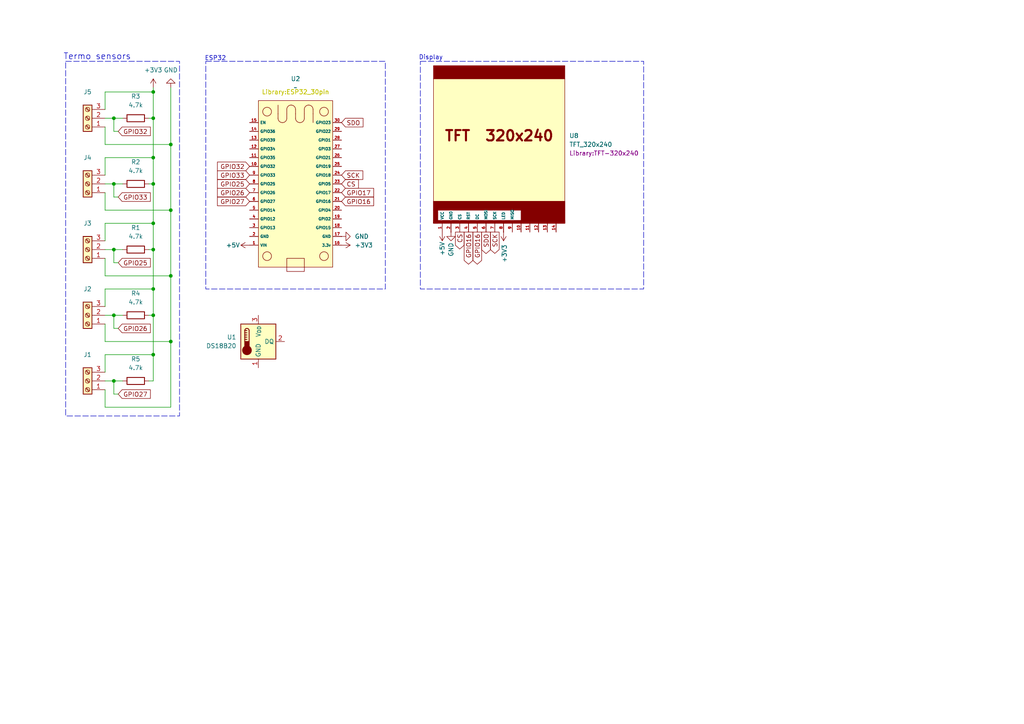
<source format=kicad_sch>
(kicad_sch (version 20250114) (generator "eeschema") (generator_version "9.0")
  (paper "A4")
  (lib_symbols
    (symbol "Connector:Screw_Terminal_01x03" (pin_names (offset 1.016) (hide yes))
      (property "Reference" "J" (at 0 5.08 0))
      (property "Value" "Screw_Terminal_01x03" (at 0 -5.08 0))
      (symbol "Screw_Terminal_01x03_1_1"
        (rectangle (start -1.27 3.81) (end 1.27 -3.81) (stroke (width 0.254)) (fill (type background)))
        (polyline (pts (xy -0.5334 2.8702) (xy 0.3302 2.032)) (stroke (width 0.1524)))
        (polyline (pts (xy -0.5334 0.3302) (xy 0.3302 -0.508)) (stroke (width 0.1524)))
        (polyline (pts (xy -0.5334 -2.2098) (xy 0.3302 -3.048)) (stroke (width 0.1524)))
        (polyline (pts (xy -0.3556 3.048) (xy 0.508 2.2098)) (stroke (width 0.1524)))
        (polyline (pts (xy -0.3556 0.508) (xy 0.508 -0.3302)) (stroke (width 0.1524)))
        (polyline (pts (xy -0.3556 -2.032) (xy 0.508 -2.8702)) (stroke (width 0.1524)))
        (circle (center 0 2.54) (radius 0.635) (stroke (width 0.1524)))
        (circle (center 0 0) (radius 0.635) (stroke (width 0.1524)))
        (circle (center 0 -2.54) (radius 0.635) (stroke (width 0.1524)))
        (pin passive line (at -5.08 2.54 0) (length 3.81) (name "Pin_1") (number "1"))
        (pin passive line (at -5.08 0 0) (length 3.81) (name "Pin_2") (number "2"))
        (pin passive line (at -5.08 -2.54 0) (length 3.81) (name "Pin_3") (number "3"))
      )
    )
    (symbol "Device:R" (pin_numbers (hide yes)) (pin_names (offset 0))
      (property "Reference" "R" (at 2.032 0 90))
      (property "Value" "R" (at 0 0 90))
      (symbol "R_0_1"
        (rectangle (start -1.016 -2.54) (end 1.016 2.54) (stroke (width 0.254)))
      )
      (symbol "R_1_1"
        (pin passive line (at 0 3.81 270) (length 1.27) (name "~") (number "1"))
        (pin passive line (at 0 -3.81 90) (length 1.27) (name "~") (number "2"))
      )
    )
    (symbol "Sensor_Temperature:DS18B20"
      (property "Reference" "U" (at -3.81 6.35 0))
      (property "Value" "DS18B20" (at 6.35 6.35 0))
      (symbol "DS18B20_0_1"
        (rectangle (start -5.08 5.08) (end 5.08 -5.08) (stroke (width 0.254)) (fill (type background)))
        (polyline (pts (xy -3.937 3.175) (xy -3.937 0)) (stroke (width 0.254)))
        (polyline (pts (xy -3.937 3.175) (xy -3.302 3.175)) (stroke (width 0.254)))
        (polyline (pts (xy -3.937 2.54) (xy -3.302 2.54)) (stroke (width 0.254)))
        (polyline (pts (xy -3.937 1.905) (xy -3.302 1.905)) (stroke (width 0.254)))
        (polyline (pts (xy -3.937 1.27) (xy -3.302 1.27)) (stroke (width 0.254)))
        (polyline (pts (xy -3.937 0.635) (xy -3.302 0.635)) (stroke (width 0.254)))
        (arc (start -3.937 3.175) (mid -3.302 3.8073) (end -2.667 3.175) (stroke (width 0.254)))
        (circle (center -3.302 -2.54) (radius 1.27) (stroke (width 0.254)) (fill (type outline)))
        (polyline (pts (xy -2.667 3.175) (xy -2.667 0)) (stroke (width 0.254)))
        (rectangle (start -2.667 -1.905) (end -3.937 0) (stroke (width 0.254)) (fill (type outline)))
      )
      (symbol "DS18B20_1_1"
        (pin power_in line (at 0 7.62 270) (length 2.54) (name "V_{DD}") (number "3"))
        (pin power_in line (at 0 -7.62 90) (length 2.54) (name "GND") (number "1"))
        (pin bidirectional line (at 7.62 0 180) (length 2.54) (name "DQ") (number "2"))
      )
    )
    (symbol "esp32_30pin:ESP32_30Pin"
      (property "Reference" "U2" (at -30.48 0 90))
      (property "Value" "~" (at -27.94 0 90))
      (property "Footprint" "Library:ESP32_30pin" (at -26.67 0 90))
      (symbol "ESP32_30Pin_0_1"
        (polyline (pts (xy -21.59 5.08) (xy -20.32 5.08)))
        (polyline (pts (xy -21.59 2.54) (xy -20.32 2.54)))
        (polyline (pts (xy -21.59 0) (xy -20.32 0)))
        (polyline (pts (xy -21.59 -2.54) (xy -20.32 -2.54)))
        (arc (start -21.5975 2.5325) (mid -22.4933 2.9067) (end -22.8675 3.8025))
        (arc (start -21.5975 -2.5475) (mid -22.4933 -2.1733) (end -22.8675 -1.2775))
        (arc (start -22.86 3.81) (mid -22.4873 4.7073) (end -21.59 5.08))
        (arc (start -22.86 -1.27) (mid -22.4873 -0.3727) (end -21.59 0))
        (circle (center -20.955 8.255) (radius 1.27))
        (circle (center -20.955 -8.255) (radius 1.27))
        (polyline (pts (xy -20.32 5.08) (xy -17.78 5.08)))
        (polyline (pts (xy -20.32 -5.08) (xy -22.86 -5.08)))
        (arc (start -17.7775 1.2675) (mid -18.1502 0.3702) (end -19.0475 -0.0025))
        (arc (start -17.7775 -3.8125) (mid -18.1502 -4.7098) (end -19.0475 -5.0825))
        (arc (start -19.04 2.545) (mid -18.1442 2.1708) (end -17.77 1.275))
        (arc (start -19.04 -2.535) (mid -18.1442 -2.9092) (end -17.77 -3.805))
        (polyline (pts (xy -19.0475 2.5375) (xy -20.3175 2.5375)))
        (polyline (pts (xy -19.0475 -0.0025) (xy -20.3175 -0.0025)))
        (polyline (pts (xy -19.0475 -2.5425) (xy -20.3175 -2.5425)))
        (polyline (pts (xy -19.0475 -5.0825) (xy -20.3175 -5.0825)))
        (circle (center 20.955 8.255) (radius 1.27))
        (circle (center 20.955 -8.255) (radius 1.27))
        (rectangle (start 21.59 2.54) (end 25.4 -2.54))
      )
      (symbol "ESP32_30Pin_1_1"
        (rectangle (start -24.13 10.795) (end 24.13 -10.795) (fill (type color) (color 255 255 194 1)))
        (pin bidirectional line (at -17.78 13.335 270) (length 2.54) (name "GPIO23") (number "30"))
        (pin bidirectional line (at -17.78 -13.335 90) (length 2.54) (name "EN") (number "15"))
        (pin bidirectional line (at -15.24 13.335 270) (length 2.54) (name "GPIO22") (number "29"))
        (pin bidirectional line (at -15.24 -13.335 90) (length 2.54) (name "GPIO36") (number "14"))
        (pin bidirectional line (at -12.7 13.335 270) (length 2.54) (name "GPIO1") (number "28"))
        (pin bidirectional line (at -12.7 -13.335 90) (length 2.54) (name "GPIO39") (number "13"))
        (pin bidirectional line (at -10.16 13.335 270) (length 2.54) (name "GPIO3") (number "27"))
        (pin bidirectional line (at -10.16 -13.335 90) (length 2.54) (name "GPIO34") (number "12"))
        (pin bidirectional line (at -7.62 13.335 270) (length 2.54) (name "GPIO21") (number "26"))
        (pin bidirectional line (at -7.62 -13.335 90) (length 2.54) (name "GPIO35") (number "11"))
        (pin bidirectional line (at -5.08 13.335 270) (length 2.54) (name "GPIO19") (number "25"))
        (pin bidirectional line (at -5.08 -13.335 90) (length 2.54) (name "GPIO32") (number "10"))
        (pin bidirectional line (at -2.54 13.335 270) (length 2.54) (name "GPIO18") (number "24"))
        (pin bidirectional line (at -2.54 -13.335 90) (length 2.54) (name "GPIO33") (number "9"))
        (pin bidirectional line (at 0 13.335 270) (length 2.54) (name "GPIO5") (number "23"))
        (pin bidirectional line (at 0 -13.335 90) (length 2.54) (name "GPIO25") (number "8"))
        (pin bidirectional line (at 2.54 13.335 270) (length 2.54) (name "GPIO17") (number "22"))
        (pin bidirectional line (at 2.54 -13.335 90) (length 2.54) (name "GPIO26") (number "7"))
        (pin bidirectional line (at 5.08 13.335 270) (length 2.54) (name "GPIO16") (number "21"))
        (pin bidirectional line (at 5.08 -13.335 90) (length 2.54) (name "GPIO27") (number "6"))
        (pin bidirectional line (at 7.62 13.335 270) (length 2.54) (name "GPIO4") (number "20"))
        (pin bidirectional line (at 7.62 -13.335 90) (length 2.54) (name "GPIO14") (number "5"))
        (pin bidirectional line (at 10.16 13.335 270) (length 2.54) (name "GPIO2") (number "19"))
        (pin bidirectional line (at 10.16 -13.335 90) (length 2.54) (name "GPIO12") (number "4"))
        (pin bidirectional line (at 12.7 13.335 270) (length 2.54) (name "GPIO15") (number "18"))
        (pin bidirectional line (at 12.7 -13.335 90) (length 2.54) (name "GPIO13") (number "3"))
        (pin power_in line (at 15.24 13.335 270) (length 2.54) (name "GND") (number "17"))
        (pin bidirectional line (at 15.24 -13.335 90) (length 2.54) (name "GND") (number "2"))
        (pin output line (at 17.78 13.335 270) (length 2.54) (name "3.3v") (number "16"))
        (pin power_out line (at 17.78 -13.335 90) (length 2.54) (name "VIN") (number "1"))
      )
    )
    (symbol "power:+3V3" (power) (pin_numbers (hide yes)) (pin_names (offset 0) (hide yes))
      (property "Value" "+3V3" (at 0 3.556 0))
      (symbol "+3V3_0_1"
        (polyline (pts (xy -0.762 1.27) (xy 0 2.54)))
        (polyline (pts (xy 0 2.54) (xy 0.762 1.27)))
        (polyline (pts (xy 0 0) (xy 0 2.54)))
      )
      (symbol "+3V3_1_1"
        (pin power_in line (at 0 0 90) (length 0) (name "~") (number "1"))
      )
    )
    (symbol "power:+5V" (power) (pin_numbers (hide yes)) (pin_names (offset 0) (hide yes))
      (property "Value" "+5V" (at 0 3.556 0))
      (symbol "+5V_0_1"
        (polyline (pts (xy -0.762 1.27) (xy 0 2.54)))
        (polyline (pts (xy 0 2.54) (xy 0.762 1.27)))
        (polyline (pts (xy 0 0) (xy 0 2.54)))
      )
      (symbol "+5V_1_1"
        (pin power_in line (at 0 0 90) (length 0) (name "~") (number "1"))
      )
    )
    (symbol "power:GND" (power) (pin_numbers (hide yes)) (pin_names (offset 0) (hide yes))
      (property "Value" "GND" (at 0 -3.81 0))
      (symbol "GND_0_1"
        (polyline (pts (xy 0 0) (xy 0 -1.27) (xy 1.27 -1.27) (xy 0 -2.54) (xy -1.27 -1.27) (xy 0 -1.27)))
      )
      (symbol "GND_1_1"
        (pin power_in line (at 0 0 270) (length 0) (name "~") (number "1"))
      )
    )
    (symbol "tft_320x240:TFT_320x240" (pin_names (offset 1.016))
      (property "Reference" "U?" (at 20.32 25.4001 0))
      (property "Value" "TFT_320x240" (at 20.32 22.8601 0))
      (property "Footprint" "z_Devices:TFT-320x240" (at 20.32 20.3201 0))
      (symbol "TFT_320x240_0_0"
        (text "TFT  320x240" (at 0 25.4 0) (effects (font (size 2.9972 2.9972) (bold yes))))
      )
      (symbol "TFT_320x240_0_1"
        (rectangle (start -19.05 41.91) (end 19.05 45.72) (fill (type outline)))
        (rectangle (start -19.05 6.35) (end 19.05 41.91) (fill (type background)))
        (rectangle (start -19.05 6.35) (end 19.05 3.81) (fill (type outline)))
        (rectangle (start -19.05 0) (end 19.05 6.35))
        (rectangle (start -19.05 0) (end 19.05 0.8382) (fill (type outline)))
        (rectangle (start -17.78 0) (end -19.05 3.81) (fill (type outline)))
        (rectangle (start 19.05 0) (end 6.35 3.81) (fill (type outline)))
      )
      (symbol "TFT_320x240_1_1"
        (pin power_in line (at -16.51 -2.54 90) (length 2.54) (name "VCC") (number "1"))
        (pin bidirectional line (at -13.97 -2.54 90) (length 2.54) (name "GND") (number "2"))
        (pin bidirectional line (at -11.43 -2.54 90) (length 2.54) (name "CS") (number "3"))
        (pin bidirectional line (at -8.89 -2.54 90) (length 2.54) (name "RST") (number "4"))
        (pin bidirectional line (at -6.35 -2.54 90) (length 2.54) (name "DC") (number "5"))
        (pin bidirectional line (at -3.81 -2.54 90) (length 2.54) (name "MOSI") (number "6"))
        (pin bidirectional line (at -1.27 -2.54 90) (length 2.54) (name "SCK") (number "7"))
        (pin power_in line (at 1.27 -2.54 90) (length 2.54) (name "LED") (number "8"))
        (pin bidirectional line (at 3.81 -2.54 90) (length 2.54) (name "MISO") (number "9"))
        (pin bidirectional line (at 6.35 -2.54 90) (length 2.54) (name "~") (number "10"))
        (pin bidirectional line (at 8.89 -2.54 90) (length 2.54) (name "~") (number "11"))
        (pin bidirectional line (at 11.43 -2.54 90) (length 2.54) (name "~") (number "12"))
        (pin bidirectional line (at 13.97 -2.54 90) (length 2.54) (name "~") (number "13"))
        (pin bidirectional line (at 16.51 -2.54 90) (length 2.54) (name "~") (number "14"))
      )
    )
  )
  (rectangle (start 19.05 17.78) (end 52.07 120.65) (stroke (width 0) (type dash)))
  (rectangle (start 59.69 17.78) (end 111.76 83.82) (stroke (width 0) (type dash)))
  (rectangle (start 121.92 17.78) (end 186.69 83.82) (stroke (width 0) (type dash)))
  (text "ESP32\n" (at 62.484 17.018 0) (effects (font (size 1.27 1.27))))
  (text "Termo sensors\n" (at 28.194 16.51 0) (effects (font (size 1.778 1.778))))
  (text "Display\n" (at 124.968 16.764 0) (effects (font (size 1.27 1.27))))
  (junction (at 33.02 34.29))
  (junction (at 33.02 53.34))
  (junction (at 49.53 80.01))
  (junction (at 49.53 99.06))
  (junction (at 44.45 91.44))
  (junction (at 44.45 53.34))
  (junction (at 44.45 45.72))
  (junction (at 33.02 110.49))
  (junction (at 44.45 26.67))
  (junction (at 49.53 41.91))
  (junction (at 44.45 34.29))
  (junction (at 44.45 64.77))
  (junction (at 44.45 102.87))
  (junction (at 33.02 91.44))
  (junction (at 44.45 72.39))
  (junction (at 44.45 83.82))
  (junction (at 49.53 60.96))
  (junction (at 33.02 72.39))
  (wire (pts (xy 43.18 34.29) (xy 44.45 34.29)))
  (wire (pts (xy 30.48 64.77) (xy 44.45 64.77)))
  (wire (pts (xy 44.45 25.4) (xy 44.45 26.67)))
  (wire (pts (xy 49.53 25.4) (xy 49.53 41.91)))
  (wire (pts (xy 44.45 64.77) (xy 44.45 53.34)))
  (wire (pts (xy 33.02 72.39) (xy 33.02 76.2)))
  (wire (pts (xy 30.48 53.34) (xy 33.02 53.34)))
  (wire (pts (xy 44.45 83.82) (xy 44.45 91.44)))
  (wire (pts (xy 34.29 114.3) (xy 33.02 114.3)))
  (wire (pts (xy 44.45 102.87) (xy 44.45 110.49)))
  (wire (pts (xy 34.29 57.15) (xy 33.02 57.15)))
  (wire (pts (xy 44.45 64.77) (xy 44.45 72.39)))
  (wire (pts (xy 30.48 118.11) (xy 49.53 118.11)))
  (wire (pts (xy 33.02 110.49) (xy 33.02 114.3)))
  (wire (pts (xy 49.53 80.01) (xy 49.53 99.06)))
  (wire (pts (xy 30.48 50.8) (xy 30.48 45.72)))
  (wire (pts (xy 30.48 74.93) (xy 30.48 80.01)))
  (wire (pts (xy 34.29 76.2) (xy 33.02 76.2)))
  (wire (pts (xy 30.48 102.87) (xy 30.48 107.95)))
  (wire (pts (xy 49.53 60.96) (xy 49.53 80.01)))
  (wire (pts (xy 30.48 41.91) (xy 49.53 41.91)))
  (wire (pts (xy 34.29 95.25) (xy 33.02 95.25)))
  (wire (pts (xy 30.48 72.39) (xy 33.02 72.39)))
  (wire (pts (xy 33.02 34.29) (xy 35.56 34.29)))
  (wire (pts (xy 30.48 88.9) (xy 30.48 83.82)))
  (wire (pts (xy 30.48 118.11) (xy 30.48 113.03)))
  (wire (pts (xy 30.48 60.96) (xy 49.53 60.96)))
  (wire (pts (xy 43.18 72.39) (xy 44.45 72.39)))
  (wire (pts (xy 30.48 102.87) (xy 44.45 102.87)))
  (wire (pts (xy 44.45 72.39) (xy 44.45 83.82)))
  (wire (pts (xy 30.48 83.82) (xy 44.45 83.82)))
  (wire (pts (xy 33.02 53.34) (xy 35.56 53.34)))
  (wire (pts (xy 44.45 34.29) (xy 44.45 45.72)))
  (wire (pts (xy 43.18 53.34) (xy 44.45 53.34)))
  (wire (pts (xy 30.48 55.88) (xy 30.48 60.96)))
  (wire (pts (xy 44.45 26.67) (xy 44.45 34.29)))
  (wire (pts (xy 49.53 41.91) (xy 49.53 60.96)))
  (wire (pts (xy 44.45 91.44) (xy 44.45 102.87)))
  (wire (pts (xy 30.48 26.67) (xy 44.45 26.67)))
  (wire (pts (xy 33.02 91.44) (xy 35.56 91.44)))
  (wire (pts (xy 30.48 31.75) (xy 30.48 26.67)))
  (wire (pts (xy 44.45 45.72) (xy 44.45 53.34)))
  (wire (pts (xy 49.53 118.11) (xy 49.53 99.06)))
  (wire (pts (xy 30.48 91.44) (xy 33.02 91.44)))
  (wire (pts (xy 33.02 91.44) (xy 33.02 95.25)))
  (wire (pts (xy 30.48 110.49) (xy 33.02 110.49)))
  (wire (pts (xy 30.48 93.98) (xy 30.48 99.06)))
  (wire (pts (xy 30.48 69.85) (xy 30.48 64.77)))
  (wire (pts (xy 33.02 57.15) (xy 33.02 53.34)))
  (wire (pts (xy 30.48 34.29) (xy 33.02 34.29)))
  (wire (pts (xy 43.18 110.49) (xy 44.45 110.49)))
  (wire (pts (xy 34.29 38.1) (xy 33.02 38.1)))
  (wire (pts (xy 33.02 72.39) (xy 35.56 72.39)))
  (wire (pts (xy 30.48 45.72) (xy 44.45 45.72)))
  (wire (pts (xy 30.48 99.06) (xy 49.53 99.06)))
  (wire (pts (xy 30.48 36.83) (xy 30.48 41.91)))
  (wire (pts (xy 33.02 34.29) (xy 33.02 38.1)))
  (wire (pts (xy 43.18 91.44) (xy 44.45 91.44)))
  (wire (pts (xy 33.02 110.49) (xy 35.56 110.49)))
  (wire (pts (xy 30.48 80.01) (xy 49.53 80.01)))
  (global_label "GPIO16" (shape output) (at 138.43 67.31 270) (property "Intersheetrefs" "${INTERSHEET_REFS}" (effects (hide yes))))
  (global_label "GPIO17" (shape input) (at 99.06 55.88 0) (property "Intersheetrefs" "${INTERSHEET_REFS}" (effects (hide yes))))
  (global_label "GPIO26" (shape input) (at 34.29 95.25 0) (property "Intersheetrefs" "${INTERSHEET_REFS}" (effects (hide yes))))
  (global_label "GPIO16" (shape input) (at 99.06 58.42 0) (property "Intersheetrefs" "${INTERSHEET_REFS}" (effects (hide yes))))
  (global_label "GPIO26" (shape input) (at 72.39 55.88 180) (property "Intersheetrefs" "${INTERSHEET_REFS}" (effects (hide yes))))
  (global_label "GPIO32" (shape input) (at 72.39 48.26 180) (property "Intersheetrefs" "${INTERSHEET_REFS}" (effects (hide yes))))
  (global_label "GPIO33" (shape input) (at 72.39 50.8 180) (property "Intersheetrefs" "${INTERSHEET_REFS}" (effects (hide yes))))
  (global_label "GPIO25" (shape input) (at 34.29 76.2 0) (property "Intersheetrefs" "${INTERSHEET_REFS}" (effects (hide yes))))
  (global_label "GPIO25" (shape input) (at 72.39 53.34 180) (property "Intersheetrefs" "${INTERSHEET_REFS}" (effects (hide yes))))
  (global_label "SCK" (shape input) (at 99.06 50.8 0) (property "Intersheetrefs" "${INTERSHEET_REFS}" (effects (hide yes))))
  (global_label "CS" (shape output) (at 133.35 67.31 270) (property "Intersheetrefs" "${INTERSHEET_REFS}" (effects (hide yes))))
  (global_label "GPIO33" (shape input) (at 34.29 57.15 0) (property "Intersheetrefs" "${INTERSHEET_REFS}" (effects (hide yes))))
  (global_label "GPIO32" (shape input) (at 34.29 38.1 0) (property "Intersheetrefs" "${INTERSHEET_REFS}" (effects (hide yes))))
  (global_label "SCK" (shape output) (at 143.51 67.31 270) (property "Intersheetrefs" "${INTERSHEET_REFS}" (effects (hide yes))))
  (global_label "GPIO16" (shape output) (at 135.89 67.31 270) (property "Intersheetrefs" "${INTERSHEET_REFS}" (effects (hide yes))))
  (global_label "SDO" (shape output) (at 140.97 67.31 270) (property "Intersheetrefs" "${INTERSHEET_REFS}" (effects (hide yes))))
  (global_label "CS" (shape input) (at 99.06 53.34 0) (property "Intersheetrefs" "${INTERSHEET_REFS}" (effects (hide yes))))
  (global_label "SDO" (shape input) (at 99.06 35.56 0) (property "Intersheetrefs" "${INTERSHEET_REFS}" (effects (hide yes))))
  (global_label "GPIO27" (shape input) (at 72.39 58.42 180) (property "Intersheetrefs" "${INTERSHEET_REFS}" (effects (hide yes))))
  (global_label "GPIO27" (shape input) (at 34.29 114.3 0) (property "Intersheetrefs" "${INTERSHEET_REFS}" (effects (hide yes))))
  (symbol (lib_id "Device:R") (at 39.37 110.49 90) (unit 1)
    (property "Reference" "R5" (at 39.37 104.14 90))
    (property "Value" "4.7k" (at 39.37 106.68 90))
    (property "Footprint" "Resistor_THT:R_Axial_DIN0207_L6.3mm_D2.5mm_P7.62mm_Horizontal" (effects (hide yes)))
    (property "Description" "Resistor" (effects (hide yes)))
  )
  (symbol (lib_id "Connector:Screw_Terminal_01x03") (at 25.4 72.39 180) (unit 1)
    (property "Reference" "J3" (at 25.4 64.77 0))
    (property "Value" "Screw_Terminal_01x03" (effects (hide yes)))
    (property "Footprint" "Connector_PinHeader_2.54mm:PinHeader_1x03_P2.54mm_Vertical" (effects (hide yes)))
    (property "Description" "Generic screw terminal, single row, 01x03, script generated (kicad-library-utils/schlib/autogen/connector/)" (effects (hide yes)))
  )
  (symbol (lib_id "Device:R") (at 39.37 34.29 90) (unit 1)
    (property "Reference" "R3" (at 39.37 27.94 90))
    (property "Value" "4.7k" (at 39.37 30.48 90))
    (property "Footprint" "Resistor_THT:R_Axial_DIN0207_L6.3mm_D2.5mm_P7.62mm_Horizontal" (effects (hide yes)))
    (property "Description" "Resistor" (effects (hide yes)))
  )
  (symbol (lib_id "power:+5V") (at 72.39 71.12 90) (unit 1)
    (property "Reference" "#PWR03" (effects (hide yes)))
    (property "Value" "+5V" (at 67.564 71.12 90))
    (property "Description" "Power symbol creates a global label with name \"+5V\"" (effects (hide yes)))
  )
  (symbol (lib_id "power:GND") (at 99.06 68.58 90) (unit 1)
    (property "Reference" "#PWR04" (effects (hide yes)))
    (property "Value" "GND" (at 102.87 68.5799 90) (effects (justify right)))
    (property "Description" "Power symbol creates a global label with name \"GND\" , ground" (effects (hide yes)))
  )
  (symbol (lib_id "Device:R") (at 39.37 91.44 90) (unit 1)
    (property "Reference" "R4" (at 39.37 85.09 90))
    (property "Value" "4.7k" (at 39.37 87.63 90))
    (property "Footprint" "Resistor_THT:R_Axial_DIN0207_L6.3mm_D2.5mm_P7.62mm_Horizontal" (effects (hide yes)))
    (property "Description" "Resistor" (effects (hide yes)))
  )
  (symbol (lib_id "Sensor_Temperature:DS18B20") (at 74.93 99.06 0) (unit 1)
    (property "Reference" "U1" (at 68.58 97.7899 0) (effects (justify right)))
    (property "Value" "DS18B20" (at 68.58 100.3299 0) (effects (justify right)))
    (property "Footprint" "Package_TO_SOT_THT:TO-92_Inline" (effects (hide yes)))
    (property "Datasheet" "http://datasheets.maximintegrated.com/en/ds/DS18B20.pdf" (effects (hide yes)))
    (property "Description" "Programmable Resolution 1-Wire Digital Thermometer TO-92" (effects (hide yes)))
  )
  (symbol (lib_id "power:GND") (at 49.53 25.4 180) (unit 1)
    (property "Reference" "#PWR02" (effects (hide yes)))
    (property "Value" "GND" (at 49.53 20.32 0))
    (property "Description" "Power symbol creates a global label with name \"GND\" , ground" (effects (hide yes)))
  )
  (symbol (lib_id "tft_320x240:TFT_320x240") (at 144.78 64.77 0) (unit 1)
    (property "Reference" "U8" (at 165.1 39.3699 0) (effects (justify left)))
    (property "Value" "TFT_320x240" (at 165.1 41.9099 0) (effects (justify left)))
    (property "Footprint" "Library:TFT-320x240" (at 165.1 44.4499 0) (effects (justify left)))
  )
  (symbol (lib_id "Device:R") (at 39.37 72.39 90) (unit 1)
    (property "Reference" "R1" (at 39.37 66.04 90))
    (property "Value" "4.7k" (at 39.37 68.58 90))
    (property "Footprint" "Resistor_THT:R_Axial_DIN0207_L6.3mm_D2.5mm_P7.62mm_Horizontal" (effects (hide yes)))
    (property "Description" "Resistor" (effects (hide yes)))
  )
  (symbol (lib_id "Device:R") (at 39.37 53.34 90) (unit 1)
    (property "Reference" "R2" (at 39.37 46.99 90))
    (property "Value" "4.7k" (at 39.37 49.53 90))
    (property "Footprint" "Resistor_THT:R_Axial_DIN0207_L6.3mm_D2.5mm_P7.62mm_Horizontal" (effects (hide yes)))
    (property "Description" "Resistor" (effects (hide yes)))
  )
  (symbol (lib_id "Connector:Screw_Terminal_01x03") (at 25.4 53.34 180) (unit 1)
    (property "Reference" "J4" (at 25.4 45.72 0))
    (property "Value" "Screw_Terminal_01x03" (effects (hide yes)))
    (property "Footprint" "Connector_PinHeader_2.54mm:PinHeader_1x03_P2.54mm_Vertical" (effects (hide yes)))
    (property "Description" "Generic screw terminal, single row, 01x03, script generated (kicad-library-utils/schlib/autogen/connector/)" (effects (hide yes)))
  )
  (symbol (lib_id "power:+3V3") (at 99.06 71.12 270) (unit 1)
    (property "Reference" "#PWR09" (effects (hide yes)))
    (property "Value" "+3V3" (at 102.87 71.1199 90) (effects (justify left)))
    (property "Description" "Power symbol creates a global label with name \"+3V3\"" (effects (hide yes)))
  )
  (symbol (lib_id "esp32_30pin:ESP32_30Pin") (at 85.725 53.34 270) (unit 1)
    (property "Reference" "U2" (at 85.725 22.86 90))
    (property "Value" "~" (at 85.725 25.4 90))
    (property "Footprint" "Library:ESP32_30pin" (at 85.725 26.67 90))
  )
  (symbol (lib_id "Connector:Screw_Terminal_01x03") (at 25.4 91.44 180) (unit 1)
    (property "Reference" "J2" (at 25.4 83.82 0))
    (property "Value" "Screw_Terminal_01x03" (effects (hide yes)))
    (property "Footprint" "Connector_PinHeader_2.54mm:PinHeader_1x03_P2.54mm_Vertical" (effects (hide yes)))
    (property "Description" "Generic screw terminal, single row, 01x03, script generated (kicad-library-utils/schlib/autogen/connector/)" (effects (hide yes)))
  )
  (symbol (lib_id "power:+3V3") (at 146.05 67.31 180) (unit 1)
    (property "Reference" "#PWR07" (effects (hide yes)))
    (property "Value" "+3V3" (at 146.304 76.2 90) (effects (justify right)))
    (property "Description" "Power symbol creates a global label with name \"+3V3\"" (effects (hide yes)))
  )
  (symbol (lib_id "power:GND") (at 130.81 67.31 0) (unit 1)
    (property "Reference" "#PWR06" (effects (hide yes)))
    (property "Value" "GND" (at 130.81 72.39 90))
    (property "Description" "Power symbol creates a global label with name \"GND\" , ground" (effects (hide yes)))
  )
  (symbol (lib_id "Connector:Screw_Terminal_01x03") (at 25.4 110.49 180) (unit 1)
    (property "Reference" "J1" (at 25.4 102.87 0))
    (property "Value" "Screw_Terminal_01x03" (effects (hide yes)))
    (property "Footprint" "Connector_PinHeader_2.54mm:PinHeader_1x03_P2.54mm_Vertical" (effects (hide yes)))
    (property "Description" "Generic screw terminal, single row, 01x03, script generated (kicad-library-utils/schlib/autogen/connector/)" (effects (hide yes)))
  )
  (symbol (lib_id "Connector:Screw_Terminal_01x03") (at 25.4 34.29 180) (unit 1)
    (property "Reference" "J5" (at 25.4 26.67 0))
    (property "Value" "Screw_Terminal_01x03" (effects (hide yes)))
    (property "Footprint" "Connector_PinHeader_2.54mm:PinHeader_1x03_P2.54mm_Vertical" (effects (hide yes)))
    (property "Description" "Generic screw terminal, single row, 01x03, script generated (kicad-library-utils/schlib/autogen/connector/)" (effects (hide yes)))
  )
  (symbol (lib_id "power:+5V") (at 128.27 67.31 180) (unit 1)
    (property "Reference" "#PWR05" (effects (hide yes)))
    (property "Value" "+5V" (at 128.27 72.136 90))
    (property "Description" "Power symbol creates a global label with name \"+5V\"" (effects (hide yes)))
  )
  (symbol (lib_id "power:+3V3") (at 44.45 25.4 0) (unit 1)
    (property "Reference" "#PWR01" (effects (hide yes)))
    (property "Value" "+3V3" (at 44.45 20.32 0))
    (property "Description" "Power symbol creates a global label with name \"+3V3\"" (effects (hide yes)))
  )
)
</source>
